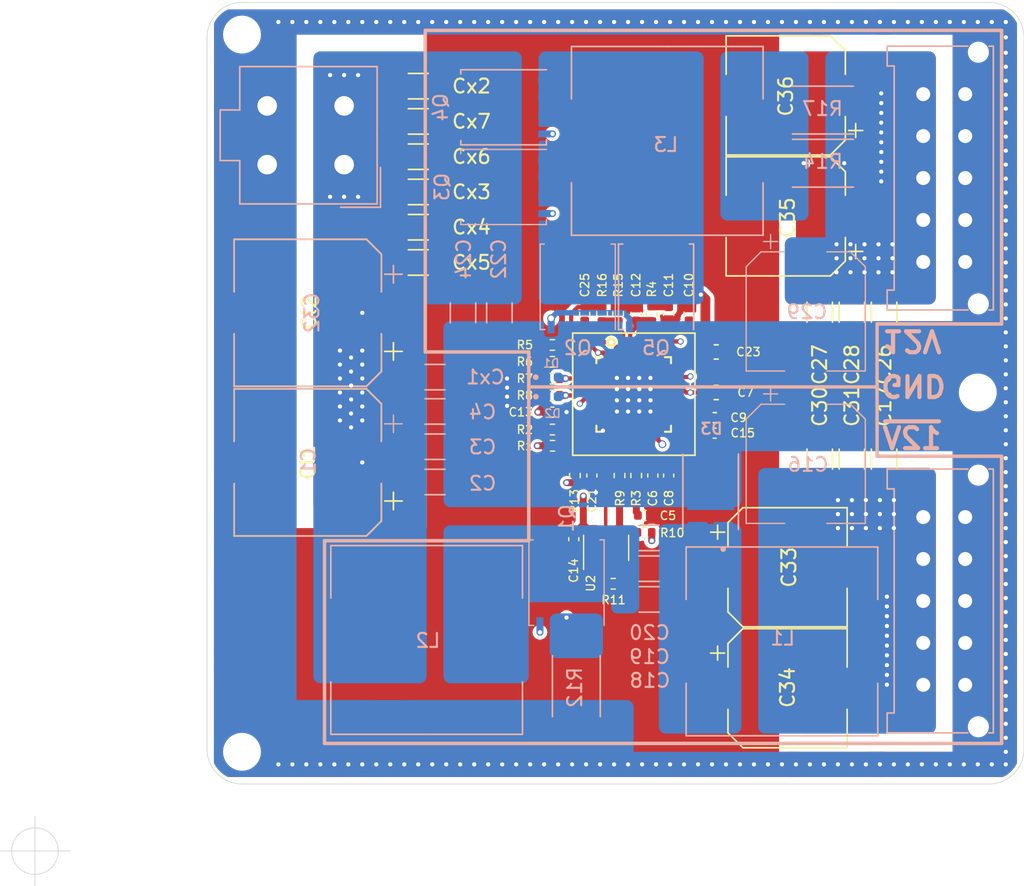
<source format=kicad_pcb>
(kicad_pcb (version 20211014) (generator pcbnew)
  (layers (0 "F.Cu" signal) (1 "In1.Cu" signal) (2 "In2.Cu" mixed) (31 "B.Cu" mixed) (34 "B.Paste" user) (35 "F.Paste" user) (36 "B.SilkS" user "B.Silkscreen") (37 "F.SilkS" user "F.Silkscreen") (38 "B.Mask" user) (39 "F.Mask" user) (44 "Edge.Cuts" user))
  (net 0 "")
  (net 1 "GND")
  (net 2 "VIN")
  (net 3 "Net-(C5-Pad2)")
  (net 4 "Net-(C6-Pad2)")
  (net 5 "Net-(C8-Pad2)")
  (net 6 "Net-(C9-Pad2)")
  (net 7 "Net-(C10-Pad1)")
  (net 8 "Net-(C11-Pad1)")
  (net 9 "Net-(C12-Pad1)")
  (net 10 "INTVcc")
  (net 11 "Net-(C15-Pad2)")
  (net 12 "Vout2(-12V)")
  (net 13 "Net-(C18-Pad2)")
  (net 14 "Net-(C18-Pad1)")
  (net 15 "Net-(C21-Pad2)")
  (net 16 "Net-(C23-Pad2)")
  (net 17 "Net-(C23-Pad1)")
  (net 18 "Vout1(12V)")
  (net 19 "Net-(C25-Pad1)")
  (net 20 "Net-(D1-Pad2)")
  (net 21 "Net-(D2-Pad2)")
  (net 22 "Net-(Q1-Pad4)")
  (net 23 "Net-(Q1-Pad1)")
  (net 24 "Net-(Q2-Pad4)")
  (net 25 "Net-(Q3-Pad4)")
  (net 26 "RUN")
  (net 27 "Net-(R5-Pad1)")
  (net 28 "Net-(R6-Pad1)")
  (net 29 "Net-(R10-Pad1)")
  (net 30 "Net-(R9-Pad1)")
  (net 31 "Net-(R11-Pad1)")
  (net 32 "Net-(R15-Pad2)")
  (footprint "lib:QFN-32_UH" (layer "F.Cu") (at 142.8 87.34)
    (fp_text reference "U1")
    (fp_text value "LTC3892EUHPBF")
  )
  (footprint "Capacitor_SMD:C_0402_1005Metric" (layer "F.Cu") (at 143.58 95.99 180)
    (fp_text reference "C5")
    (fp_text value "6.8nF")
  )
  (footprint "Capacitor_SMD:C_0402_1005Metric" (layer "F.Cu") (at 144.17 93.14 90)
    (fp_text reference "C6")
    (fp_text value "47pF")
  )
  (footprint "Capacitor_SMD:C_0603_1608Metric" (layer "F.Cu") (at 148.7 87.2)
    (fp_text reference "C7")
    (fp_text value "0.1uF")
  )
  (footprint "Capacitor_SMD:C_0402_1005Metric" (layer "F.Cu") (at 145.3 93.14 90)
    (fp_text reference "C8")
    (fp_text value "0.1uF")
  )
  (footprint "Capacitor_SMD:C_0402_1005Metric" (layer "F.Cu") (at 148.6 89 180)
    (fp_text reference "C9")
    (fp_text value "4.7uF")
  )
  (footprint "Capacitor_SMD:C_0402_1005Metric" (layer "F.Cu") (at 146.76 81.56 90)
    (fp_text reference "C10")
    (fp_text value "0.1uF")
  )
  (footprint "Capacitor_SMD:C_0402_1005Metric" (layer "F.Cu") (at 145.3 81.58 -90)
    (fp_text reference "C11")
    (fp_text value "6.8nF")
  )
  (footprint "Capacitor_SMD:C_0402_1005Metric" (layer "F.Cu") (at 142.97 81.57 90)
    (fp_text reference "C12")
    (fp_text value "47pF")
  )
  (footprint "Capacitor_SMD:C_0402_1005Metric" (layer "F.Cu") (at 136.99 88.603332)
    (fp_text reference "C13")
    (fp_text value "0.1uF")
  )
  (footprint "Capacitor_SMD:C_0402_1005Metric" (layer "F.Cu") (at 138.52 97.69 -90)
    (fp_text reference "C14")
    (fp_text value "10nF")
  )
  (footprint "Capacitor_SMD:C_0402_1005Metric" (layer "F.Cu") (at 148.59 90.11 180)
    (fp_text reference "C15")
    (fp_text value "0.1uF")
  )
  (footprint "Capacitor_SMD:C_1206_3216Metric" (layer "F.Cu") (at 160.699999 91.9625 -90)
    (fp_text reference "C17")
    (fp_text value "10uF")
  )
  (footprint "Capacitor_SMD:C_0402_1005Metric" (layer "F.Cu") (at 139.81 93.14 90)
    (fp_text reference "C21")
    (fp_text value "220pF")
  )
  (footprint "Capacitor_SMD:C_0603_1608Metric" (layer "F.Cu") (at 148.7 84.3)
    (fp_text reference "C23")
    (fp_text value "0.1uF")
  )
  (footprint "Capacitor_SMD:C_0402_1005Metric" (layer "F.Cu") (at 139.3 81.57 90)
    (fp_text reference "C25")
    (fp_text value "220pF")
  )
  (footprint "Capacitor_SMD:C_1206_3216Metric" (layer "F.Cu") (at 160.7 81.4525 90)
    (fp_text reference "C26")
    (fp_text value "10uF")
  )
  (footprint "Capacitor_SMD:C_1206_3216Metric" (layer "F.Cu") (at 156.1 81.4525 90)
    (fp_text reference "C27")
    (fp_text value "10uF")
  )
  (footprint "Capacitor_SMD:C_1206_3216Metric" (layer "F.Cu") (at 158.4 81.4525 90)
    (fp_text reference "C28")
    (fp_text value "10uF")
  )
  (footprint "Resistor_SMD:R_0402_1005Metric" (layer "F.Cu") (at 137 91.01 180)
    (fp_text reference "R1")
    (fp_text value "1M")
  )
  (footprint "Resistor_SMD:R_0402_1005Metric" (layer "F.Cu") (at 136.99 89.85)
    (fp_text reference "R2")
    (fp_text value "237K")
  )
  (footprint "Resistor_SMD:R_0402_1005Metric" (layer "F.Cu") (at 142.98 93.14 90)
    (fp_text reference "R3")
    (fp_text value "10K")
  )
  (footprint "Resistor_SMD:R_0402_1005Metric" (layer "F.Cu") (at 144.09 81.57 90)
    (fp_text reference "R4")
    (fp_text value "10K")
  )
  (footprint "Resistor_SMD:R_0402_1005Metric" (layer "F.Cu") (at 136.99 83.8 180)
    (fp_text reference "R5")
    (fp_text value "31.6K")
  )
  (footprint "Resistor_SMD:R_0402_1005Metric" (layer "F.Cu") (at 136.99 85.003333 180)
    (fp_text reference "R6")
    (fp_text value "100K")
  )
  (footprint "Resistor_SMD:R_0402_1005Metric" (layer "F.Cu") (at 136.99 86.206666)
    (fp_text reference "R7")
    (fp_text value "10K")
  )
  (footprint "Resistor_SMD:R_0402_1005Metric" (layer "F.Cu") (at 136.99 87.409999)
    (fp_text reference "R8")
    (fp_text value "20K")
  )
  (footprint "Resistor_SMD:R_0402_1005Metric" (layer "F.Cu") (at 141.79 93.14 -90)
    (fp_text reference "R9")
    (fp_text value "5.11K")
  )
  (footprint "Resistor_SMD:R_0402_1005Metric" (layer "F.Cu") (at 143.58 97.21)
    (fp_text reference "R10")
    (fp_text value "76.8K")
  )
  (footprint "Resistor_SMD:R_0402_1005Metric" (layer "F.Cu") (at 141.34 100.879999 180)
    (fp_text reference "R11")
    (fp_text value "4.75K")
  )
  (footprint "Resistor_SMD:R_0402_1005Metric" (layer "F.Cu") (at 138.6 93.14 90)
    (fp_text reference "R13")
    (fp_text value "150R")
  )
  (footprint "Resistor_SMD:R_0402_1005Metric" (layer "F.Cu") (at 141.69 81.57 -90)
    (fp_text reference "R15")
    (fp_text value "7.15K")
  )
  (footprint "Resistor_SMD:R_0402_1005Metric" (layer "F.Cu") (at 140.54 81.57 90)
    (fp_text reference "R16")
    (fp_text value "100K")
  )
  (footprint "Package_TO_SOT_SMD:SOT-23-5" (layer "F.Cu") (at 140.83 98.309999 90)
    (fp_text reference "U2")
    (fp_text value "LT1797")
  )
  (footprint "Capacitor_SMD:C_1206_3216Metric" (layer "F.Cu") (at 156.1 91.9625 -90)
    (fp_text reference "C30")
    (fp_text value "10uF")
  )
  (footprint "Capacitor_SMD:C_1206_3216Metric" (layer "F.Cu") (at 158.4 91.9625 -90)
    (fp_text reference "C31")
    (fp_text value "10uF")
  )
  (footprint "Capacitor_SMD:C_1206_3216Metric" (layer "F.Cu") (at 127.4 65.288888 180)
    (fp_text reference "Cx2")
    (fp_text value "OPT")
  )
  (footprint "MountingHole:MountingHole_2.2mm_M2" (layer "F.Cu") (at 114.8 112.9)
    (fp_text reference "H1" hide)
    (fp_text value "MountingHole")
  )
  (footprint "MountingHole:MountingHole_2.2mm_M2" (layer "F.Cu") (at 114.8 61.6)
    (fp_text reference "H2" hide)
    (fp_text value "MountingHole")
  )
  (footprint "MountingHole:MountingHole_2.2mm_M2" (layer "F.Cu") (at 167.4 87.2)
    (fp_text reference "H3" hide)
    (fp_text value "MountingHole")
  )
  (footprint "Capacitor_SMD:CP_Elec_10x10" (layer "F.Cu") (at 119.5 92.2 180)
    (fp_text reference "Cl1")
    (fp_text value "OPT")
  )
  (footprint "Capacitor_SMD:CP_Elec_10x10" (layer "F.Cu") (at 119.5 81.5 180)
    (fp_text reference "Cl2")
    (fp_text value "OPT")
  )
  (footprint "Capacitor_SMD:C_1206_3216Metric" (layer "F.Cu") (at 127.4 72.855554 180)
    (fp_text reference "Cx3")
    (fp_text value "OPT")
  )
  (footprint "Capacitor_SMD:C_1206_3216Metric" (layer "F.Cu") (at 127.4 75.377776 180)
    (fp_text reference "Cx4")
    (fp_text value "OPT")
  )
  (footprint "Capacitor_SMD:C_1206_3216Metric" (layer "F.Cu") (at 127.4 77.9 180)
    (fp_text reference "Cx5")
    (fp_text value "OPT")
  )
  (footprint "Capacitor_SMD:C_1206_3216Metric" (layer "F.Cu") (at 127.4 70.333332 180)
    (fp_text reference "Cx6")
    (fp_text value "OPT")
  )
  (footprint "Capacitor_SMD:C_1206_3216Metric" (layer "F.Cu") (at 127.4 67.81111 180)
    (fp_text reference "Cx7")
    (fp_text value "OPT")
  )
  (footprint "Capacitor_SMD:CP_Elec_8x10" (layer "F.Cu") (at 153.8 99.7)
    (fp_text reference "C33")
    (fp_text value "OPT")
  )
  (footprint "Capacitor_SMD:CP_Elec_8x10" (layer "F.Cu") (at 153.8 108.35)
    (fp_text reference "C34")
    (fp_text value "OPT")
  )
  (footprint "Capacitor_SMD:CP_Elec_8x10" (layer "F.Cu") (at 153.67 74.6 180)
    (fp_text reference "C35")
    (fp_text value "OPT")
  )
  (footprint "Capacitor_SMD:CP_Elec_8x10" (layer "F.Cu") (at 153.669999 65.95 180)
    (fp_text reference "C36")
    (fp_text value "OPT")
  )
  (footprint "Capacitor_SMD:CP_Elec_10x10" (layer "B.Cu") (at 119.5 92.2 180)
    (fp_text reference "C1")
    (fp_text value "47uF")
  )
  (footprint "Capacitor_SMD:C_1206_3216Metric" (layer "B.Cu") (at 128.6 93.6)
    (fp_text reference "C2")
    (fp_text value "2.2uF")
  )
  (footprint "Capacitor_SMD:C_1206_3216Metric" (layer "B.Cu") (at 128.6 91.077778)
    (fp_text reference "C3")
    (fp_text value "2.2uF")
  )
  (footprint "Capacitor_SMD:C_1206_3216Metric" (layer "B.Cu") (at 128.6 88.555556)
    (fp_text reference "C4")
    (fp_text value "2.2uF")
  )
  (footprint "Capacitor_SMD:CP_Elec_8x10" (layer "B.Cu") (at 155.1 92.3 -90)
    (fp_text reference "C16")
    (fp_text value "150uF")
  )
  (footprint "Capacitor_SMD:C_1206_3216Metric" (layer "B.Cu") (at 143.9 97.6 180)
    (fp_text reference "C18")
    (fp_text value "10uF")
  )
  (footprint "Capacitor_SMD:C_1206_3216Metric" (layer "B.Cu") (at 143.9 102 180)
    (fp_text reference "C19")
    (fp_text value "10uF")
  )
  (footprint "Capacitor_SMD:C_1206_3216Metric" (layer "B.Cu") (at 143.9 99.8 180)
    (fp_text reference "C20")
    (fp_text value "10uF")
  )
  (footprint "Capacitor_SMD:C_1206_3216Metric" (layer "B.Cu") (at 133.2 81.5 -90)
    (fp_text reference "C22")
    (fp_text value "10uF")
  )
  (footprint "Capacitor_SMD:C_1206_3216Metric" (layer "B.Cu") (at 130.6 81.5 -90)
    (fp_text reference "C24")
    (fp_text value "10uF")
  )
  (footprint "LED_SMD:LED_0402_1005Metric" (layer "B.Cu") (at 136.9 86.1)
    (fp_text reference "D1")
    (fp_text value "LED")
  )
  (footprint "LED_SMD:LED_0402_1005Metric" (layer "B.Cu") (at 136.9 87.5)
    (fp_text reference "D2")
    (fp_text value "LED")
  )
  (footprint "lib:DIO_PDS360-13" (layer "B.Cu") (at 148.3 94.3 180)
    (fp_text reference "D3")
    (fp_text value "SBR8U60P5-13")
  )
  (footprint "Inductor_SMD:L_Wuerth_HCM-1350" (layer "B.Cu") (at 153.4 105 180)
    (fp_text reference "L1")
    (fp_text value "6.8uH")
  )
  (footprint "Inductor_SMD:L_Wuerth_HCM-1350" (layer "B.Cu") (at 128 104.9)
    (fp_text reference "L2")
    (fp_text value "6.8uH")
  )
  (footprint "Inductor_SMD:L_Wuerth_HCM-1350" (layer "B.Cu") (at 145.2 69.2)
    (fp_text reference "L3")
    (fp_text value "6.8uH")
  )
  (footprint "Package_TO_SOT_SMD:TDSON-8-1" (layer "B.Cu") (at 138 100.8 90)
    (fp_text reference "Q1")
    (fp_text value "BSC028N06LS3")
  )
  (footprint "Package_TO_SOT_SMD:TDSON-8-1" (layer "B.Cu") (at 138.8 79.64 90)
    (fp_text reference "Q2")
    (fp_text value "BSC028N06LS3")
  )
  (footprint "Package_TO_SOT_SMD:TDSON-8-1" (layer "B.Cu") (at 133.5 72.5 180)
    (fp_text reference "Q3")
    (fp_text value "BSC028N06LS3")
  )
  (footprint "Resistor_SMD:R_2512_6332Metric" (layer "B.Cu") (at 138.7 108.2 -90)
    (fp_text reference "R12")
    (fp_text value "5m")
  )
  (footprint "Resistor_SMD:R_2512_6332Metric" (layer "B.Cu") (at 156.33 70.8 180)
    (fp_text reference "R14")
    (fp_text value "8m")
  )
  (footprint "Capacitor_SMD:CP_Elec_8x10" (layer "B.Cu") (at 155.1 81.4 -90)
    (fp_text reference "C29")
    (fp_text value "150uF")
  )
  (footprint "Capacitor_SMD:CP_Elec_10x10" (layer "B.Cu") (at 119.5 81.5 180)
    (fp_text reference "C32")
    (fp_text value "47uF")
  )
  (footprint "Package_TO_SOT_SMD:TDSON-8-1" (layer "B.Cu") (at 133.5 66.8 180)
    (fp_text reference "Q4")
    (fp_text value "BSC028N06LS3")
  )
  (footprint "Package_TO_SOT_SMD:TDSON-8-1" (layer "B.Cu") (at 144.4 79.64 90)
    (fp_text reference "Q5")
    (fp_text value "BSC028N06LS3")
  )
  (footprint "Resistor_SMD:R_2512_6332Metric" (layer "B.Cu") (at 156.33 67 180)
    (fp_text reference "R17")
    (fp_text value "8m")
  )
  (footprint "Connector_Molex:Molex_Micro-Fit_3.0_43045-1012_2x05_P3.00mm_Vertical" (layer "B.Cu") (at 163.5 65.86 -90)
    (fp_text reference "J1" hide)
    (fp_text value "Conn_02x05_Top_Bottom")
  )
  (footprint "Connector_Molex:Molex_Micro-Fit_3.0_43045-1012_2x05_P3.00mm_Vertical" (layer "B.Cu") (at 163.5 96.11 -90)
    (fp_text reference "J2" hide)
    (fp_text value "Conn_02x05_Top_Bottom")
  )
  (footprint "Connector_Molex:Molex_Mini-Fit_Jr_5566-04A_2x02_P4.20mm_Vertical" (layer "B.Cu") (at 122.1 70.9 90)
    (fp_text reference "J3" hide)
    (fp_text value "Conn_01x02")
  )
  (footprint "Capacitor_SMD:C_1206_3216Metric" (layer "B.Cu") (at 128.6 86.1 180)
    (fp_text reference "Cx1")
    (fp_text value "OPT")
  )
  (gr_line (start 135.3 97.8) (end 135.3 86.8) (layer "B.SilkS") (width 0.25))
  (gr_line (start 160.2 91.76) (end 160.2 86.8) (layer "B.SilkS") (width 0.25))
  (gr_line (start 160.2 91.76) (end 169.1 91.76) (layer "B.SilkS") (width 0.25))
  (gr_circle (center 135.81 87.5) (end 135.91 87.6) (layer "B.SilkS") (width 0.12) (fill none))
  (gr_line (start 169.1 91.76) (end 169.1 112.3) (layer "B.SilkS") (width 0.25))
  (gr_line (start 160.2 82.3) (end 169.1 82.3) (layer "B.SilkS") (width 0.25))
  (gr_line (start 169.1 112.3) (end 120.7 112.3) (layer "B.SilkS") (width 0.25))
  (gr_line (start 135.3 86.8) (end 160.2 86.8) (layer "B.SilkS") (width 0.25))
  (gr_line (start 120.7 97.8) (end 135.3 97.8) (layer "B.SilkS") (width 0.25))
  (gr_line (start 127.9 84.3) (end 135.3 84.3) (layer "B.SilkS") (width 0.25))
  (gr_line (start 160.2 86.8) (end 160.2 82.3) (layer "B.SilkS") (width 0.25))
  (gr_line (start 127.9 61.3) (end 127.9 84.3) (layer "B.SilkS") (width 0.25))
  (gr_line (start 169.1 61.3) (end 127.9 61.3) (layer "B.SilkS") (width 0.25))
  (gr_line (start 135.3 84.3) (end 135.3 86.8) (layer "B.SilkS") (width 0.25))
  (gr_line (start 169.1 82.3) (end 169.1 61.3) (layer "B.SilkS") (width 0.25))
  (gr_line (start 120.7 112.3) (end 120.7 97.8) (layer "B.SilkS") (width 0.25))
  (gr_circle (center 135.8 86.1) (end 135.9 86.2) (layer "B.SilkS") (width 0.12) (fill none))
  (gr_line (start 147.18 91.69) (end 147.18 82.95) (layer "F.SilkS") (width 0.12))
  (gr_line (start 147.18 91.69) (end 138.44 91.69) (layer "F.SilkS") (width 0.12))
  (gr_line (start 138.44 82.95) (end 138.44 91.69) (layer "F.SilkS") (width 0.12))
  (gr_line (start 138.44 82.95) (end 147.18 82.95) (layer "F.SilkS") (width 0.12))
  (gr_circle (center 141.2 83.6) (end 141.4 83.6) (layer "F.SilkS") (width 0.4) (fill none))
  (gr_line (start 112.3 112.7) (end 112.3 61.8) (layer "Edge.Cuts") (width 0.05))
  (gr_arc (start 112.3 61.8) (mid 113.032233 60.032233) (end 114.8 59.3) (layer "Edge.Cuts") (width 0.05))
  (gr_arc (start 168.2 59.3) (mid 169.967767 60.032233) (end 170.7 61.8) (layer "Edge.Cuts") (width 0.05))
  (gr_arc (start 170.7 112.7) (mid 169.967767 114.467767) (end 168.2 115.2) (layer "Edge.Cuts") (width 0.05))
  (gr_arc (start 114.8 115.2) (mid 113.032233 114.467767) (end 112.3 112.7) (layer "Edge.Cuts") (width 0.05))
  (gr_line (start 114.8 59.3) (end 168.2 59.3) (layer "Edge.Cuts") (width 0.05))
  (gr_line (start 168.2 115.2) (end 114.8 115.2) (layer "Edge.Cuts") (width 0.05))
  (gr_line (start 170.7 61.8) (end 170.7 112.7) (layer "Edge.Cuts") (width 0.05))
  (gr_text "12V" (at 162.7 83.5 180) (layer "B.SilkS") (effects (font (size 1.5 1.5) (thickness 0.3)) (justify mirror)))
  (gr_text "~{12V}" (at 162.699999 90.5) (layer "B.SilkS") (effects (font (size 1.5 1.5) (thickness 0.3)) (justify mirror)))
  (gr_text "GND\n" (at 162.8 86.7 180) (layer "B.SilkS") (effects (font (size 1.5 1.5) (thickness 0.3)) (justify mirror)))
  (target plus (at 100 120) (size 5) (width 0.05) (layer "Edge.Cuts"))
  (segment (start 143.919411 86.349411) (end 144.66 87.09) (width 0.3) (layer "F.Cu") (net 1))
  (segment (start 143.919411 87.830589) (end 144.66 87.09) (width 0.3) (layer "F.Cu") (net 1))
  (segment (start 143.04 89.2) (end 142.651091 88.811091) (width 0.3) (layer "F.Cu") (net 1))
  (segment (start 143.458909 88.821091) (end 143.07 89.21) (width 0.3) (layer "F.Cu") (net 1))
  (segment (start 143.15 88.82) (end 143.538909 89.208909) (width 0.3) (layer "F.Cu") (net 1))
  (segment (start 143.54 89.21) (end 143.928909 88.821091) (width 0.3) (layer "F.Cu") (net 1))
  (segment (start 143.58 89.09) (end 143.03 89.09) (width 0.3) (layer "F.Cu") (net 1))
  (segment (start 140.1 94.35) (end 140.1 93.91) (width 0.5) (layer "F.Cu") (net 1))
  (segment (start 143.05 89.7924) (end 143.05 88.71) (width 0.3) (layer "F.Cu") (net 1))
  (segment (start 140.6 89.93) (end 140.9124 89.93) (width 0.5) (layer "F.Cu") (net 1))
  (segment (start 140.1 93.91) (end 139.81 93.62) (width 0.5) (layer "F.Cu") (net 1))
  (segment (start 145.3 82.06) (end 145.58 82.06) (width 0.3) (layer "F.Cu") (net 1))
  (segment (start 146.56 81.08) (end 146.76 81.08) (width 0.3) (layer "F.Cu") (net 1))
  (segment (start 137.473332 88.6) (end 138 88.6) (width 0.5) (layer "F.Cu") (net 1))
  (segment (start 143.55 89.7924) (end 143.55 88.09) (width 0.3) (layer "F.Cu") (net 1))
  (segment (start 143.05 87.09) (end 142.8 87.34) (width 0.3) (layer "F.Cu") (net 1))
  (segment (start 141.05 89.93) (end 141.05 89.7924) (width 0.3) (layer "F.Cu") (net 1))
  (segment (start 145.35 89.09) (end 145.2524 89.09) (width 0.3) (layer "F.Cu") (net 1))
  (segment (start 143.05 88.71) (end 143.2 88.56) (width 0.3) (layer "F.Cu") (net 1))
  (segment (start 140.9124 89.93) (end 140.95048 89.89192) (width 0.5) (layer "F.Cu") (net 1))
  (segment (start 137.473332 88.6) (end 137.47 88.603332) (width 0.3) (layer "F.Cu") (net 1))
  (segment (start 145.2524 87.09) (end 143.05 87.09) (width 0.3) (layer "F.Cu") (net 1))
  (segment (start 143.55 88.09) (end 142.8 87.34) (width 0.3) (layer "F.Cu") (net 1))
  (segment (start 145.58 82.06) (end 146.56 81.08) (width 0.3) (layer "F.Cu") (net 1))
  (via (at 142.4 86.16) (size 0.5) (drill 0.3) (layers "F.Cu" "B.Cu") (net 1))
  (via (at 143.2 86.16) (size 0.5) (drill 0.3) (layers "F.Cu" "B.Cu") (net 1))
  (via (at 144 86.16) (size 0.5) (drill 0.3) (layers "F.Cu" "B.Cu") (net 1))
  (via (at 141.6 86.96) (size 0.5) (drill 0.3) (layers "F.Cu" "B.Cu") (net 1))
  (via (at 142.4 86.96) (size 0.5) (drill 0.3) (layers "F.Cu" "B.Cu") (net 1))
  (via (at 143.2 86.96) (size 0.5) (drill 0.3) (layers "F.Cu" "B.Cu") (net 1))
  (via (at 144 86.96) (size 0.5) (drill 0.3) (layers "F.Cu" "B.Cu") (net 1))
  (via (at 141.6 87.76) (size 0.5) (drill 0.3) (layers "F.Cu" "B.Cu") (net 1))
  (via (at 142.4 87.76) (size 0.5) (drill 0.3) (layers "F.Cu" "B.Cu") (net 1))
  (via (at 143.2 87.76) (size 0.5) (drill 0.3) (layers "F.Cu" "B.Cu") (net 1))
  (via (at 144 87.76) (size 0.5) (drill 0.3) (layers "F.Cu" "B.Cu") (net 1))
  (via (at 141.6 88.56) (size 0.5) (drill 0.3) (layers "F.Cu" "B.Cu") (net 1))
  (via (at 142.4 88.56) (size 0.5) (drill 0.3) (layers "F.Cu" "B.Cu") (net 1))
  (via (at 143.2 88.56) (size 0.5) (drill 0.3) (layers "F.Cu" "B.Cu") (net 1))
  (via (at 144 88.56) (size 0.5) (drill 0.3) (layers "F.Cu" "B.Cu") (net 1))
  (via (at 169.4 61.8) (size 0.45) (drill 0.3) (layers "F.Cu" "B.Cu") (net 1))
  (via (at 167.4 60.7) (size 0.45) (drill 0.3) (layers "F.Cu" "B.Cu") (net 1))
  (via (at 169.4 60.7) (size 0.45) (drill 0.3) (layers "F.Cu" "B.Cu") (net 1))
  (via (at 168.4 60.7) (size 0.45) (drill 0.3) (layers "F.Cu" "B.Cu") (net 1))
  (via (at 165.4 60.7) (size 0.45) (drill 0.3) (layers "F.Cu" "B.Cu") (net 1))
  (via (at 166.4 60.7) (size 0.45) (drill 0.3) (layers "F.Cu" "B.Cu") (net 1))
  (via (at 165.4 113.8) (size 0.45) (drill 0.3) (layers "F.Cu" "B.Cu") (net 1))
  (via (at 166.4 113.8) (size 0.45) (drill 0.3) (layers "F.Cu" "B.Cu") (net 1))
  (via (at 169.4 113.8) (size 0.45) (drill 0.3) (layers "F.Cu" "B.Cu") (net 1))
  (via (at 167.4 113.8) (size 0.45) (drill 0.3) (layers "F.Cu" "B.Cu") (net 1))
  (via (at 168.4 113.8) (size 0.45) (drill 0.3) (layers "F.Cu" "B.Cu") (net 1))
  (via (at 117.4 60.7) (size 0.45) (drill 0.3) (layers "F.Cu" "B.Cu") (net 1))
  (via (at 118.4 60.7) (size 0.45) (drill 0.3) (layers "F.Cu" "B.Cu") (net 1))
  (via (at 119.4 60.7) (size 0.45) (drill 0.3) (layers "F.Cu" "B.Cu") (net 1))
  (via (at 120.4 60.7) (size 0.45) (drill 0.3) (layers "F.Cu" "B.Cu") (net 1))
  (via (at 121.4 60.7) (size 0.45) (drill 0.3) (layers "F.Cu" "B.Cu") (net 1))
  (via (at 122.4 60.7) (size 0.45) (drill 0.3) (layers "F.Cu" "B.Cu") (net 1))
  (via (at 123.4 60.7) (size 0.45) (drill 0.3) (layers "F.Cu" "B.Cu") (net 1))
  (via (at 124.4 60.7) (size 0.45) (drill 0.3) (layers "F.Cu" "B.Cu") (net 1))
  (via (at 125.4 60.7) (size 0.45) (drill 0.3) (layers "F.Cu" "B.Cu") (net 1))
  (via (at 126.4 60.7) (size 0.45) (drill 0.3) (layers "F.Cu" "B.Cu") (net 1))
  (via (at 127.4 60.7) (size 0.45) (drill 0.3) (layers "F.Cu" "B.Cu") (net 1))
  (via (at 128.4 60.7) (size 0.45) (drill 0.3) (layers "F.Cu" "B.Cu") (net 1))
  (via (at 129.4 60.7) (size 0.45) (drill 0.3) (layers "F.Cu" "B.Cu") (net 1))
  (via (at 130.4 60.7) (size 0.45) (drill 0.3) (layers "F.Cu" "B.Cu") (net 1))
  (via (at 131.4 60.7) (size 0.45) (drill 0.3) (layers "F.Cu" "B.Cu") (net 1))
  (via (at 132.4 60.7) (size 0.45) (drill 0.3) (layers "F.Cu" "B.Cu") (net 1))
  (via (at 133.4 60.7) (size 0.45) (drill 0.3) (layers "F.Cu" "B.Cu") (net 1))
  (via (at 134.4 60.7) (size 0.45) (drill 0.3) (layers "F.Cu" "B.Cu") (net 1))
  (via (at 135.4 60.7) (size 0.45) (drill 0.3) (layers "F.Cu" "B.Cu") (net 1))
  (via (at 136.4 60.7) (size 0.45) (drill 0.3) (layers "F.Cu" "B.Cu") (net 1))
  (via (at 137.4 60.7) (size 0.45) (drill 0.3) (layers "F.Cu" "B.Cu") (net 1))
  (via (at 138.4 60.7) (size 0.45) (drill 0.3) (layers "F.Cu" "B.Cu") (net 1))
  (via (at 139.4 60.7) (size 0.45) (drill 0.3) (layers "F.Cu" "B.Cu") (net 1))
  (via (at 140.4 60.7) (size 0.45) (drill 0.3) (layers "F.Cu" "B.Cu") (net 1))
  (via (at 141.4 60.7) (size 0.45) (drill 0.3) (layers "F.Cu" "B.Cu") (net 1))
  (via (at 142.4 60.7) (size 0.45) (drill 0.3) (layers "F.Cu" "B.Cu") (net 1))
  (via (at 143.4 60.7) (size 0.45) (drill 0.3) (layers "F.Cu" "B.Cu") (net 1))
  (via (at 144.4 60.7) (size 0.45) (drill 0.3) (layers "F.Cu" "B.Cu") (net 1))
  (via (at 145.4 60.7) (size 0.45) (drill 0.3) (layers "F.Cu" "B.Cu") (net 1))
  (via (at 146.4 60.7) (size 0.45) (drill 0.3) (layers "F.Cu" "B.Cu") (net 1))
  (via (at 147.4 60.7) (size 0.45) (drill 0.3) (layers "F.Cu" "B.Cu") (net 1))
  (via (at 148.4 60.7) (size 0.45) (drill 0.3) (layers "F.Cu" "B.Cu") (net 1))
  (via (at 149.4 60.7) (size 0.45) (drill 0.3) (layers "F.Cu" "B.Cu") (net 1))
  (via (at 150.4 60.7) (size 0.45) (drill 0.3) (layers "F.Cu" "B.Cu") (net 1))
  (via (at 151.4 60.7) (size 0.45) (drill 0.3) (layers "F.Cu" "B.Cu") (net 1))
  (via (at 152.4 60.7) (size 0.45) (drill 0.3) (layers "F.Cu" "B.Cu") (net 1))
  (via (at 153.4 60.7) (size 0.45) (drill 0.3) (layers "F.Cu" "B.Cu") (net 1))
  (via (at 154.4 60.7) (size 0.45) (drill 0.3) (layers "F.Cu" "B.Cu") (net 1))
  (via (at 155.4 60.7) (size 0.45) (drill 0.3) (layers "F.Cu" "B.Cu") (net 1))
  (via (at 156.4 60.7) (size 0.45) (drill 0.3) (layers "F.Cu" "B.Cu") (net 1))
  (via (at 157.4 60.7) (size 0.45) (drill 0.3) (layers "F.Cu" "B.Cu") (net 1))
  (via (at 158.4 60.7) (size 0.45) (drill 0.3) (layers "F.Cu" "B.Cu") (net 1))
  (via (at 159.4 60.7) (size 0.45) (drill 0.3) (layers "F.Cu" "B.Cu") (net 1))
  (via (at 160.4 60.7) (size 0.45) (drill 0.3) (layers "F.Cu" "B.Cu") (net 1))
  (via (at 161.4 60.7) (size 0.45) (drill 0.3) (layers "F.Cu" "B.Cu") (net 1))
  (via (at 162.4 60.7) (size 0.45) (drill 0.3) (layers "F.Cu" "B.Cu") (net 1))
  (via (at 163.4 60.7) (size 0.45) (drill 0.3) (layers "F.Cu" "B.Cu") (net 1))
  (via (at 164.4 60.7) (size 0.45) (drill 0.3) (layers "F.Cu" "B.Cu") (net 1))
  (via (at 142.4 113.8) (size 0.45) (drill 0.3) (layers "F.Cu" "B.Cu") (net 1))
  (via (at 128.4 113.8) (size 0.45) (drill 0.3) (layers "F.Cu" "B.Cu") (net 1))
  (via (at 144.4 113.8) (size 0.45) (drill 0.3) (layers "F.Cu" "B.Cu") (net 1))
  (via (at 136.4 113.8) (size 0.45) (drill 0.3) (layers "F.Cu" "B.Cu") (net 1))
  (via (at 134.4 113.8) (size 0.45) (drill 0.3) (layers "F.Cu" "B.Cu") (net 1))
  (via (at 152.4 113.8) (size 0.45) (drill 0.3) (layers "F.Cu" "B.Cu") (net 1))
  (via (at 119.4 113.8) (size 0.45) (drill 0.3) (layers "F.Cu" "B.Cu") (net 1))
  (via (at 129.4 113.8) (size 0.45) (drill 0.3) (layers "F.Cu" "B.Cu") (net 1))
  (via (at 124.4 113.8) (size 0.45) (drill 0.3) (layers "F.Cu" "B.Cu") (net 1))
  (via (at 123.4 113.8) (size 0.45) (drill 0.3) (layers "F.Cu" "B.Cu") (net 1))
  (via (at 118.4 113.8) (size 0.45) (drill 0.3) (layers "F.Cu" "B.Cu") (net 1))
  (via (at 125.4 113.8) (size 0.45) (drill 0.3) (layers "F.Cu" "B.Cu") (net 1))
  (via (at 117.4 113.8) (size 0.45) (drill 0.3) (layers "F.Cu" "B.Cu") (net 1))
  (via (at 137.4 113.8) (size 0.45) (drill 0.3) (layers "F.Cu" "B.Cu") (net 1))
  (via (at 138.4 113.8) (size 0.45) (drill 0.3) (layers "F.Cu" "B.Cu") (net 1))
  (via (at 121.4 113.8) (size 0.45) (drill 0.3) (layers "F.Cu" "B.Cu") (net 1))
  (via (at 141.4 113.8) (size 0.45) (drill 0.3) (layers "F.Cu" "B.Cu") (net 1))
  (via (at 143.4 113.8) (size 0.45) (drill 0.3) (layers "F.Cu" "B.Cu") (net 1))
  (via (at 146.4 113.8) (size 0.45) (drill 0.3) (layers "F.Cu" "B.Cu") (net 1))
  (via (at 149.4 113.8) (size 0.45) (drill 0.3) (layers "F.Cu" "B.Cu") (net 1))
  (via (at 120.4 113.8) (size 0.45) (drill 0.3) (layers "F.Cu" "B.Cu") (net 1))
  (via (at 150.4 113.8) (size 0.45) (drill 0.3) (layers "F.Cu" "B.Cu") (net 1))
  (via (at 151.4 113.8) (size 0.45) (drill 0.3) (layers "F.Cu" "B.Cu") (net 1))
  (via (at 154.4 113.8) (size 0.45) (drill 0.3) (layers "F.Cu" "B.Cu") (net 1))
  (via (at 155.4 113.8) (size 0.45) (drill 0.3) (layers "F.Cu" "B.Cu") (net 1))
  (via (at 147.4 113.8) (size 0.45) (drill 0.3) (layers "F.Cu" "B.Cu") (net 1))
  (via (at 158.4 113.8) (size 0.45) (drill 0.3) (layers "F.Cu" "B.Cu") (net 1))
  (via (at 139.4 113.8) (size 0.45) (drill 0.3) (layers "F.Cu" "B.Cu") (net 1))
  (via (at 159.4 113.8) (size 0.45) (drill 0.3) (layers "F.Cu" "B.Cu") (net 1))
  (via (at 132.4 113.8) (size 0.45) (drill 0.3) (layers "F.Cu" "B.Cu") (net 1))
  (via (at 160.4 113.8) (size 0.45) (drill 0.3) (layers "F.Cu" "B.Cu") (net 1))
  (via (at 161.4 113.8) (size 0.45) (drill 0.3) (layers "F.Cu" "B.Cu") (net 1))
  (via (at 145.4 113.8) (size 0.45) (drill 0.3) (layers "F.Cu" "B.Cu") (net 1))
  (via (at 133.4 113.8) (size 0.45) (drill 0.3) (layers "F.Cu" "B.Cu") (net 1))
  (via (at 130.4 113.8) (size 0.45) (drill 0.3) (layers "F.Cu" "B.Cu") (net 1))
  (via (at 148.4 113.8) (size 0.45) (drill 0.3) (layers "F.Cu" "B.Cu") (net 1))
  (via (at 153.4 113.8) (size 0.45) (drill 0.3) (layers "F.Cu" "B.Cu") (net 1))
  (via (at 122.4 113.8) (size 0.45) (drill 0.3) (layers "F.Cu" "B.Cu") (net 1))
  (via (at 126.4 113.8) (size 0.45) (drill 0.3) (layers "F.Cu" "B.Cu") (net 1))
  (via (at 156.4 113.8) (size 0.45) (drill 0.3) (layers "F.Cu" "B.Cu") (net 1))
  (via (at 157.4 113.8) (size 0.45) (drill 0.3) (layers "F.Cu" "B.Cu") (net 1))
  (via (at 127.4 113.8) (size 0.45) (drill 0.3) (layers "F.Cu" "B.Cu") (net 1))
  (via (at 135.4 113.8) (size 0.45) (drill 0.3) (layers "F.Cu" "B.Cu") (net 1))
  (via (at 131.4 113.8) (size 0.45) (drill 0.3) (layers "F.Cu" "B.Cu") (net 1))
  (via (at 140.4 113.8) (size 0.45) (drill 0.3) (layers "F.Cu" "B.Cu") (net 1))
  (via (at 163.4 113.8) (size 0.45) (drill 0.3) (layers "F.Cu" "B.Cu") (net 1))
  (via (at 164.4 113.8) (size 0.45) (drill 0.3) (layers "F.Cu" "B.Cu") (net 1))
  (via (at 162.4 113.8) (size 0.45) (drill 0.3) (layers "F.Cu" "B.Cu") (net 1))
  (via (at 169.4 83.9) (size 0.45) (drill 0.3) (layers "F.Cu" "B.Cu") (net 1))
  (via (at 169.4 72.9) (size 0.45) (drill 0.3) (layers "F.Cu" "B.Cu") (net 1))
  (via (at 169.4 101.9) (size 0.45) (drill 0.3) (layers "F.Cu" "B.Cu") (net 1))
  (via (at 169.4 96.9) (size 0.45) (drill 0.3) (layers "F.Cu" "B.Cu") (net 1))
  (via (at 169.4 86.9) (size 0.45) (drill 0.3) (layers "F.Cu" "B.Cu") (net 1))
  (via (at 169.4 100.9) (size 0.45) (drill 0.3) (layers "F.Cu" "B.Cu") (net 1))
  (via (at 169.4 69.9) (size 0.45) (drill 0.3) (layers "F.Cu" "B.Cu") (net 1))
  (via (at 169.4 91.9) (size 0.45) (drill 0.3) (layers "F.Cu" "B.Cu") (net 1))
  (via (at 169.4 105.9) (size 0.45) (drill 0.3) (layers "F.Cu" "B.Cu") (net 1))
  (via (at 169.4 73.9) (size 0.45) (drill 0.3) (layers "F.Cu" "B.Cu") (net 1))
  (via (at 169.400001 107.9) (size 0.45) (drill 0.3) (layers "F.Cu" "B.Cu") (net 1))
  (via (at 169.4 95.9) (size 0.45) (drill 0.3) (layers "F.Cu" "B.Cu") (net 1))
  (via (at 169.400001 84.9) (size 0.45) (drill 0.3) (layers "F.Cu" "B.Cu") (net 1))
  (via (at 169.400001 103.9) (size 0.45) (drill 0.3) (layers "F.Cu" "B.Cu") (net 1))
  (via (at 169.4 104.9) (size 0.45) (drill 0.3) (layers "F.Cu" "B.Cu") (net 1))
  (via (at 169.4 74.9) (size 0.45) (drill 0.3) (layers "F.Cu" "B.Cu") (net 1))
  (via (at 169.4 108.9) (size 0.45) (drill 0.3) (layers "F.Cu" "B.Cu") (net 1))
  (via (at 169.4 81.9) (size 0.45) (drill 0.3) (layers "F.Cu" "B.Cu") (net 1))
  (via (at 169.4 68.9) (size 0.45) (drill 0.3) (layers "F.Cu" "B.Cu") (net 1))
  (via (at 169.4 88.9) (size 0.45) (drill 0.3) (layers "F.Cu" "B.Cu") (net 1))
  (via (at 169.400001 75.9) (size 0.45) (drill 0.3) (layers "F.Cu" "B.Cu") (net 1))
  (via (at 169.4 97.9) (size 0.45) (drill 0.3) (layers "F.Cu" "B.Cu") (net 1))
  (via (at 169.4 76.9) (size 0.45) (drill 0.3) (layers "F.Cu" "B.Cu") (net 1))
  (via (at 169.4 90.9) (size 0.45) (drill 0.3) (layers "F.Cu" "B.Cu") (net 1))
  (via (at 169.4 99.9) (size 0.45) (drill 0.3) (layers "F.Cu" "B.Cu") (net 1))
  (via (at 169.4 67.9) (size 0.45) (drill 0.3) (layers "F.Cu" "B.Cu") (net 1))
  (via (at 169.400001 98.9) (size 0.45) (drill 0.3) (layers "F.Cu" "B.Cu") (net 1))
  (via (at 169.4 63.9) (size 0.45) (drill 0.3) (layers "F.Cu" "B.Cu") (net 1))
  (via (at 169.4 106.9) (size 0.45) (drill 0.3) (layers "F.Cu" "B.Cu") (net 1))
  (via (at 169.400001 66.9) (size 0.45) (drill 0.3) (layers "F.Cu" "B.Cu") (net 1))
  (via (at 169.400001 70.9) (size 0.45) (drill 0.3) (layers "F.Cu" "B.Cu") (net 1))
  (via (at 169.400001 93.9) (size 0.45) (drill 0.3) (layers "F.Cu" "B.Cu") (net 1))
  (via (at 169.400001 102.9) (size 0.45) (drill 0.3) (layers "F.Cu" "B.Cu") (net 1))
  (via (at 169.400001 94.9) (size 0.45) (drill 0.3) (layers "F.Cu" "B.Cu") (net 1))
  (via (at 169.4 65.9) (size 0.45) (drill 0.3) (layers "F.Cu" "B.Cu") (net 1))
  (via (at 169.400001 71.9) (size 0.45) (drill 0.3) (layers "F.Cu" "B.Cu") (net 1))
  (via (at 169.4 79.9) (size 0.45) (drill 0.3) (layers "F.Cu" "B.Cu") (net 1))
  (via (at 169.4 85.9) (size 0.45) (drill 0.3) (layers "F.Cu" "B.Cu") (net 1))
  (via (at 169.4 92.9) (size 0.45) (drill 0.3) (layers "F.Cu" "B.Cu") (net 1))
  (via (at 169.400001 80.9) (size 0.45) (drill 0.3) (layers "F.Cu" "B.Cu") (net 1))
  (via (at 169.4 64.9) (size 0.45) (drill 0.3) (layers "F.Cu" "B.Cu") (net 1))
  (via (at 169.4 77.9) (size 0.45) (drill 0.3) (layers "F.Cu" "B.Cu") (net 1))
  (via (at 169.400001 89.9) (size 0.45) (drill 0.3) (layers "F.Cu" "B.Cu") (net 1))
  (via (at 169.400001 112.9) (size 0.45) (drill 0.3) (layers "F.Cu" "B.Cu") (net 1))
  (via (at 169.4 87.9) (size 0.45) (drill 0.3) (layers "F.Cu" "B.Cu") (net 1))
  (via (at 169.4 111.9) (size 0.45) (drill 0.3) (layers "F.Cu" "B.Cu") (net 1))
  (via (at 169.4 78.9) (size 0.45) (drill 0.3) (layers "F.Cu" "B.Cu") (net 1))
  (via (at 169.4 110.9) (size 0.45) (drill 0.3) (layers "F.Cu" "B.Cu") (net 1))
  (via (at 169.400001 62.9) (size 0.45) (drill 0.3) (layers "F.Cu" "B.Cu") (net 1))
  (via (at 169.4 109.9) (size 0.45) (drill 0.3) (layers "F.Cu" "B.Cu") (net 1))
  (via (at 169.4 82.9) (size 0.45) (drill 0.3) (layers "F.Cu" "B.Cu") (net 1))
  (via (at 141.6 86.16) (size 0.5) (drill 0.3) (layers "F.Cu" "B.Cu") (net 1))
  (via (at 133.75 87.5) (size 0.45) (drill 0.3) (layers "F.Cu" "B.Cu") (net 1))
  (via (at 138 88.6) (size 0.45) (drill 0.3) (layers "F.Cu" "B.Cu") (net 1))
  (via (at 140.6 89.93) (size 0.45) (drill 0.3) (layers "F.Cu" "B.Cu") (net 1))
  (via (at 140.1 94.35) (size 0.45) (drill 0.3) (layers "F.Cu" "B.Cu") (net 1))
  (via (at 133.75 86.85) (size 0.45) (drill 0.3) (layers "F.Cu" "B.Cu") (net 1))
  (via (at 133.75 88.15) (size 0.45) (drill 0.3) (layers "F.Cu" "B.Cu") (net 1))
  (via (at 133.75 86.2) (size 0.45) (drill 0.3) (layers "F.Cu" "B.Cu") (net 1))
  (segment (start 135.91003 91.01) (end 135.910016 91.010014) (width 0.5) (layer "F.Cu") (net 2))
  (segment (start 148.12501 87.19999) (end 146.849982 87.19999) (width 0.3) (layer "F.Cu") (net 2))
  (segment (start 136.49 91.01) (end 135.91003 91.01) (width 0.5) (layer "F.Cu") (net 2))
  (segment (start 146.54999 87.19999) (end 146.849982 87.19999) (width 0.3) (layer "F.Cu") (net 2))
  (segment (start 145.2524 86.59) (end 145.94 86.59) (width 0.3) (layer "F.Cu") (net 2))
  (segment (start 145.94 86.59) (end 146.54999 87.19999) (width 0.3) (layer "F.Cu") (net 2))
  (via (at 123.4 84.2) (size 0.45) (drill 0.3) (layers "F.Cu" "B.Cu") (net 2))
  (via (at 123.4 85.2) (size 0.45) (drill 0.3) (layers "F.Cu" "B.Cu") (net 2))
  (via (at 123.4 86.2) (size 0.45) (drill 0.3) (layers "F.Cu" "B.Cu") (net 2))
  (via (at 123.4 87.2) (size 0.45) (drill 0.3) (layers "F.Cu" "B.Cu") (net 2))
  (via (at 123.4 88.2) (size 0.45) (drill 0.3) (layers "F.Cu" "B.Cu") (net 2))
  (via (at 123.4 89.2) (size 0.45) (drill 0.3) (layers "F.Cu" "B.Cu") (net 2))
  (via (at 121.8 86.2) (size 0.45) (drill 0.3) (layers "F.Cu" "B.Cu") (net 2))
  (via (at 121.8 87.2) (size 0.45) (drill 0.3) (layers "F.Cu" "B.Cu") (net 2))
  (via (at 122.6 88.7) (size 0.45) (drill 0.3) (layers "F.Cu" "B.Cu") (net 2))
  (via (at 121.8 89.2) (size 0.45) (drill 0.3) (layers "F.Cu" "B.Cu") (net 2))
  (via (at 121.8 84.2) (size 0.45) (drill 0.3) (layers "F.Cu" "B.Cu") (net 2))
  (via (at 121.8 85.2) (size 0.45) (drill 0.3) (layers "F.Cu" "B.Cu") (net 2))
  (via (at 122.6 89.7) (size 0.45) (drill 0.3) (layers "F.Cu" "B.Cu") (net 2))
  (via (at 122.6 84.7) (size 0.45) (drill 0.3) (layers "F.Cu" "B.Cu") (net 2))
  (via (at 122.6 86.7) (size 0.45) (drill 0.3) (layers "F.Cu" "B.Cu") (net 2))
  (via (at 122.6 87.7) (size 0.45) (drill 0.3) (layers "F.Cu" "B.Cu") (net 2))
  (via (at 122.6 85.7) (size 0.45) (drill 0.3) (layers "F.Cu" "B.Cu") (net 2))
  (via (at 121.8 88.2) (size 0.45) (drill 0.3) (layers "F.Cu" "B.Cu") (net 2))
  (via (at 123.1 73.199999) (size 0.45) (drill 0.3) (layers "F.Cu" "B.Cu") (net 2))
  (via (at 121.1 73.2) (size 0.45) (drill 0.3) (layers "F.Cu" "B.Cu") (net 2))
  (via (at 122.1 73.2) (size 0.45) (drill 0.3) (layers "F.Cu" "B.Cu") (net 2))
  (via (at 121.1 64.5) (size 0.45) (drill 0.3) (layers "F.Cu" "B.Cu") (net 2))
  (via (at 123.1 64.499999) (size 0.45) (drill 0.3) (layers "F.Cu" "B.Cu") (net 2))
  (via (at 122.1 64.5) (size 0.45) (drill 0.3) (layers "F.Cu" "B.Cu") (net 2))
  (via (at 123.4 81.5) (size 0.45) (drill 0.3) (layers "F.Cu" "B.Cu") (net 2))
  (via (at 146.849982 87.19999) (size 0.45) (drill 0.3) (layers "F.Cu" "B.Cu") (net 2))
  (via (at 135.910016 91.010014) (size 0.45) (drill 0.3) (layers "F.Cu" "B.Cu") (net 2))
  (via (at 123.4 92.2) (size 0.45) (drill 0.3) (layers "F.Cu" "B.Cu") (net 2))
  (segment (start 142.99 95.74) (end 142.99 93.66) (width 0.5) (layer "F.Cu") (net 3))
  (segment (start 143.09 95.84) (end 142.99 95.74) (width 0.5) (layer "F.Cu") (net 3))
  (segment (start 142.99 93.66) (end 142.98 93.65) (width 0.5) (layer "F.Cu") (net 3))
  (segment (start 142.55 92.2) (end 142.98 92.63) (width 0.3) (layer "F.Cu") (net 4))
  (segment (start 142.98 92.63) (end 144.14 92.63) (width 0.5) (layer "F.Cu") (net 4))
  (segment (start 142.55 89.7924) (end 142.55 92.2) (width 0.3) (layer "F.Cu") (net 4))
  (segment (start 144.14 92.63) (end 144.17 92.66) (width 0.5) (layer "F.Cu") (net 4))
  (segment (start 145.22 92.66) (end 145.22 92.42) (width 0.3) (layer "F.Cu") (net 5))
  (segment (start 144.05 91.25) (end 144.05 89.7924) (width 0.3) (layer "F.Cu") (net 5))
  (segment (start 145.22 92.42) (end 144.05 91.25) (width 0.3) (layer "F.Cu") (net 5))
  (segment (start 145.99 87.59) (end 147.4 89) (width 0.3) (layer "F.Cu") (net 6))
  (segment (start 147.4 89) (end 148.12 89) (width 0.3) (layer "F.Cu") (net 6))
  (segment (start 145.2524 87.59) (end 145.99 87.59) (width 0.3) (layer "F.Cu") (net 6))
  (segment (start 146.76 82.04) (end 146.76 82.05) (width 0.3) (layer "F.Cu") (net 7))
  (segment (start 143.55 83.52) (end 143.55 84.8876) (width 0.3) (layer "F.Cu") (net 7))
  (segment (start 146.76 82.05) (end 145.86 82.95) (width 0.3) (layer "F.Cu") (net 7))
  (segment (start 144.12 82.95) (end 143.55 83.52) (width 0.3) (layer "F.Cu") (net 7))
  (segment (start 145.86 82.95) (end 144.12 82.95) (width 0.3) (layer "F.Cu") (net 7))
  (segment (start 144.09 81.06) (end 144.1 81.07) (width 0.5) (layer "F.Cu") (net 8))
  (segment (start 145.27 81.07) (end 145.3 81.1) (width 0.5) (layer "F.Cu") (net 8))
  (segment (start 144.1 81.07) (end 145.27 81.07) (width 0.5) (layer "F.Cu") (net 8))
  (segment (start 143.34 82.21) (end 142.97 82.58) (width 0.3) (layer "F.Cu") (net 9))
  (segment (start 142.55 82.97) (end 142.55 84.8876) (width 0.3) (layer "F.Cu") (net 9))
  (segment (start 144.079999 82.05) (end 142.94 82.05) (width 0.5) (layer "F.Cu") (net 9))
  (segment (start 142.92 82.6) (end 142.55 82.97) (width 0.3) (layer "F.Cu") (net 9))
  (segment (start 142.94 82.05) (end 142.92 82.07) (width 0.5) (layer "F.Cu") (net 9))
  (segment (start 142.92 82.07) (end 142.92 82.6) (width 0.3) (layer "F.Cu") (net 9))
  (segment (start 139.88 97.209999) (end 139.759999 97.209999) (width 0.5) (layer "F.Cu") (net 10))
  (segment (start 136.48 87.409999) (end 136.48 88.07) (width 0.5) (layer "F.Cu") (net 10))
  (segment (start 138.64 97.21) (end 139.2 96.65) (width 0.5) (layer "F.Cu") (net 10))
  (segment (start 136.48 85.003333) (end 136.48 88.573332) (width 0.5) (layer "F.Cu") (net 10))
  (segment (start 136.48 88.07) (end 135.95 88.6) (width 0.5) (layer "F.Cu") (net 10))
  (segment (start 138.52 97.21) (end 138.64 97.21) (width 0.5) (layer "F.Cu") (net 10))
  (segment (start 136.51 88.603332) (end 135.953332 88.603332) (width 0.5) (layer "F.Cu") (net 10))
  (segment (start 136.48 88.573332) (end 136.51 88.603332) (width 0.5) (layer "F.Cu") (net 10))
  (segment (start 138.95 88) (end 139.36 87.59) (width 0.3) (layer "F.Cu") (net 10))
  (segment (start 139.36 87.59) (end 140.3476 87.59) (width 0.3) (layer "F.Cu") (net 10))
  (segment (start 135.953332 88.603332) (end 135.95 88.6) (width 0.5) (layer "F.Cu") (net 10))
  (segment (start 138.52 97.21) (end 139.88 97.209999) (width 0.5) (layer "F.Cu") (net 10))
  (segment (start 139.2 96.65) (end 139.2 94.6) (width 0.5) (layer "F.Cu") (net 10))
  (segment (start 139.759999 97.209999) (end 139.2 96.65) (width 0.5) (layer "F.Cu") (net 10))
  (via (at 135.95 88.6) (size 0.45) (drill 0.3) (layers "F.Cu" "B.Cu") (net 10))
  (via (at 138.95 88) (size 0.45) (drill 0.3) (layers "F.Cu" "B.Cu") (net 10))
  (via (at 139.2 94.6) (size 0.45) (drill 0.3) (layers "F.Cu" "B.Cu") (net 10))
  (segment (start 146.14 88.59) (end 147.65 90.1) (width 0.3) (layer "F.Cu") (net 11))
  (segment (start 148.1 90.1) (end 148.11 90.11) (width 0.3) (layer "F.Cu") (net 11))
  (segment (start 147.65 90.1) (end 148.1 90.1) (width 0.3) (layer "F.Cu") (net 11))
  (segment (start 145.2524 88.59) (end 146.14 88.59) (width 0.3) (layer "F.Cu") (net 11))
  (segment (start 144.09 97.21) (end 144.09 97.790003) (width 0.5) (layer "F.Cu") (net 12))
  (segment (start 144.09 97.790003) (end 144.099998 97.800001) (width 0.5) (layer "F.Cu") (net 12))
  (via (at 160.4 96.9) (size 0.45) (drill 0.3) (layers "F.Cu" "B.Cu") (net 12))
  (via (at 157.4 96.9) (size 0.45) (drill 0.3) (layers "F.Cu" "B.Cu") (net 12))
  (via (at 161.4 96.9) (size 0.45) (drill 0.3) (layers "F.Cu" "B.Cu") (net 12))
  (via (at 158.4 96.9) (size 0.45) (drill 0.3) (layers "F.Cu" "B.Cu") (net 12))
  (via (at 159.4 96.9) (size 0.45) (drill 0.3) (layers "F.Cu" "B.Cu") (net 12))
  (via (at 158.4 94.9) (size 0.45) (drill 0.3) (layers "F.Cu" "B.Cu") (net 12))
  (via (at 159.4 95.9) (size 0.45) (drill 0.3) (layers "F.Cu" "B.Cu") (net 12))
  (via (at 158.4 95.9) (size 0.45) (drill 0.3) (layers "F.Cu" "B.Cu") (net 12))
  (via (at 161.4 94.9) (size 0.45) (drill 0.3) (layers "F.Cu" "B.Cu") (net 12))
  (via (at 159.4 94.9) (size 0.45) (drill 0.3) (layers "F.Cu" "B.Cu") (net 12))
  (via (at 157.4 95.9) (size 0.45) (drill 0.3) (layers "F.Cu" "B.Cu") (net 12))
  (via (at 157.4 94.9) (size 0.45) (drill 0.3) (layers "F.Cu" "B.Cu") (net 12))
  (via (at 160.4 95.9) (size 0.45) (drill 0.3) (layers "F.Cu" "B.Cu") (net 12))
  (via (at 161.4 95.9) (size 0.45) (drill 0.3) (layers "F.Cu" "B.Cu") (net 12))
  (via (at 160.4 94.9) (size 0.45) (drill 0.3) (layers "F.Cu" "B.Cu") (net 12))
  (via (at 160.9 105.3) (size 0.45) (drill 0.3) (layers "F.Cu" "B.Cu") (net 12))
  (via (at 160.9 106.7) (size 0.45) (drill 0.3) (layers "F.Cu" "B.Cu") (net 12))
  (via (at 160.9 101.8) (size 0.45) (drill 0.3) (layers "F.Cu" "B.Cu") (net 12))
  (via (at 160.9 108.1) (size 0.45) (drill 0.3) (layers "F.Cu" "B.Cu") (net 12))
  (via (at 160.9 103.2) (size 0.45) (drill 0.3) (layers "F.Cu" "B.Cu") (net 12))
  (via (at 160.9 107.4) (size 0.45) (drill 0.3) (layers "F.Cu" "B.Cu") (net 12))
  (via (at 160.9 106) (size 0.45) (drill 0.3) (layers "F.Cu" "B.Cu") (net 12))
  (via (at 160.9 104.6) (size 0.45) (drill 0.3) (layers "F.Cu" "B.Cu") (net 12))
  (via (at 160.9 103.9) (size 0.45) (drill 0.3) (layers "F.Cu" "B.Cu") (net 12))
  (via (at 160.9 102.5) (size 0.45) (drill 0.3) (layers "F.Cu" "B.Cu") (net 12))
  (via (at 144.099998 97.800001) (size 0.45) (drill 0.3) (layers "F.Cu" "B.Cu") (net 12))
  (segment (start 141.55 91) (end 141.55 89.7924) (width 0.3) (layer "F.Cu") (net 15))
  (segment (start 139.81 92.66) (end 139.89 92.66) (width 0.3) (layer "F.Cu") (net 15))
  (segment (start 139.78 92.63) (end 139.81 92.66) (width 0.5) (layer "F.Cu") (net 15))
  (segment (start 138.6 92.63) (end 139.78 92.63) (width 0.5) (layer "F.Cu") (net 15))
  (segment (start 139.89 92.66) (end 141.55 91) (width 0.3) (layer "F.Cu") (net 15))
  (segment (start 145.71 85.59) (end 145.2524 85.59) (width 0.3) (layer "F.Cu") (net 16))
  (segment (start 148.6 85.4) (end 145.9 85.4) (width 0.3) (layer "F.Cu") (net 16))
  (segment (start 149.475 84.3) (end 149.475 84.525) (width 0.3) (layer "F.Cu") (net 16))
  (segment (start 149.475 84.525) (end 148.6 85.4) (width 0.3) (layer "F.Cu") (net 16))
  (segment (start 145.9 85.4) (end 145.71 85.59) (width 0.3) (layer "F.Cu") (net 16))
  (segment (start 148.075 83.525) (end 147.2 84.4) (width 0.3) (layer "F.Cu") (net 17))
  (segment (start 147.875 83.525) (end 147 84.4) (width 0.3) (layer "F.Cu") (net 17))
  (segment (start 144.55 84.82) (end 144.55 84.8876) (width 0.3) (layer "F.Cu") (net 17))
  (segment (start 144.55 84.8876) (end 144.55 84.8188) (width 0.3) (layer "F.Cu") (net 17))
  (segment (start 144.55 84.8188) (end 144.9688 84.4) (width 0.3) (layer "F.Cu") (net 17))
  (segment (start 147.925 80.525) (end 147.925 84.3) (width 0.7) (layer "F.Cu") (net 17))
  (segment (start 147.6 80.2) (end 147.925 80.525) (width 0.7) (layer "F.Cu") (net 17))
  (segment (start 144.9688 84.4) (end 147.825 84.4) (width 0.3) (layer "F.Cu") (net 17))
  (segment (start 147.825 84.4) (end 147.925 84.3) (width 0.3) (layer "F.Cu") (net 17))
  (via (at 147.6 80.2) (size 0.45) (drill 0.3) (layers "F.Cu" "B.Cu") (net 17))
  (segment (start 141.05 84.8876) (end 141.05 84.85) (width 0.3) (layer "F.Cu") (net 18))
  (segment (start 138.33 81.57) (end 138.33 82.43) (width 0.3) (layer "F.Cu") (net 18))
  (segment (start 138.81 81.09) (end 138.33 81.57) (width 0.3) (layer "F.Cu") (net 18))
  (segment (start 139.3 81.09) (end 138.81 81.09) (width 0.3) (layer "F.Cu") (net 18))
  (segment (start 140.54 81.06) (end 139.33 81.06) (width 0.5) (layer "F.Cu") (net 18))
  (segment (start 138.33 82.43) (end 140.25 84.35) (width 0.3) (layer "F.Cu") (net 18))
  (segment (start 141.05 84.8876) (end 141.05 84.8) (width 0.3) (layer "F.Cu") (net 18))
  (segment (start 140.6 84.35) (end 140.25 84.35) (width 0.3) (layer "F.Cu") (net 18))
  (segment (start 141.05 84.8) (end 140.6 84.35) (width 0.3) (layer "F.Cu") (net 18))
  (segment (start 141.05 84.83) (end 141.05 84.8876) (width 0.3) (layer "F.Cu") (net 18))
  (segment (start 141.05 84.8876) (end 141.05 84.79) (width 0.3) (layer "F.Cu") (net 18))
  (segment (start 141.05 84.8876) (end 141.05 84.82) (width 0.3) (layer "F.Cu") (net 18))
  (segment (start 139.33 81.06) (end 139.3 81.09) (width 0.5) (layer "F.Cu") (net 18))
  (via (at 160.5 65.8) (size 0.45) (drill 0.3) (layers "F.Cu" "B.Cu") (net 18))
  (via (at 160.5 68.6) (size 0.45) (drill 0.3) (layers "F.Cu" "B.Cu") (net 18))
  (via (at 160.5 67.9) (size 0.45) (drill 0.3) (layers "F.Cu" "B.Cu") (net 18))
  (via (at 160.5 67.2) (size 0.45) (drill 0.3) (layers "F.Cu" "B.Cu") (net 18))
  (via (at 160.5 66.5) (size 0.45) (drill 0.3) (layers "F.Cu" "B.Cu") (net 18))
  (via (at 160.5 69.3) (size 0.45) (drill 0.3) (layers "F.Cu" "B.Cu") (net 18))
  (via (at 160.5 70) (size 0.45) (drill 0.3) (layers "F.Cu" "B.Cu") (net 18))
  (via (at 160.5 71.4) (size 0.45) (drill 0.3) (layers "F.Cu" "B.Cu") (net 18))
  (via (at 160.5 70.7) (size 0.45) (drill 0.3) (layers "F.Cu" "B.Cu") (net 18))
  (via (at 160.5 72.1) (size 0.45) (drill 0.3) (layers "F.Cu" "B.Cu") (net 18))
  (via (at 158.3 76.6) (size 0.45) (drill 0.3) (layers "F.Cu" "B.Cu") (net 18))
  (via (at 159.3 76.6) (size 0.45) (drill 0.3) (layers "F.Cu" "B.Cu") (net 18))
  (via (at 160.3 76.6) (size 0.45) (drill 0.3) (layers "F.Cu" "B.Cu") (net 18))
  (via (at 161.3 76.6) (size 0.45) (drill 0.3) (layers "F.Cu" "B.Cu") (net 18))
  (via (at 157.3 77.6) (size 0.45) (drill 0.3) (layers "F.Cu" "B.Cu") (net 18))
  (via (at 158.3 77.6) (size 0.45) (drill 0.3) (layers "F.Cu" "B.Cu") (net 18))
  (via (at 159.3 77.6) (size 0.45) (drill 0.3) (layers "F.Cu" "B.Cu") (net 18))
  (via (at 160.3 77.6) (size 0.45) (drill 0.3) (layers "F.Cu" "B.Cu") (net 18))
  (via (at 161.3 77.6) (size 0.45) (drill 0.3) (layers "F.Cu" "B.Cu") (net 18))
  (via (at 157.3 78.6) (size 0.45) (drill 0.3) (layers "F.Cu" "B.Cu") (net 18))
  (via (at 158.3 78.6) (size 0.45) (drill 0.3) (layers "F.Cu" "B.Cu") (net 18))
  (via (at 159.3 78.6) (size 0.45) (drill 0.3) (layers "F.Cu" "B.Cu") (net 18))
  (via (at 160.3 78.6) (size 0.45) (drill 0.3) (layers "F.Cu" "B.Cu") (net 18))
  (via (at 161.3 78.6) (size 0.45) (drill 0.3) (layers "F.Cu" "B.Cu") (net 18))
  (via (at 157.3 76.6) (size 0.45) (drill 0.3) (layers "F.Cu" "B.Cu") (net 18))
  (via (at 157.85 70.8) (size 0.45) (drill 0.3) (layers "F.Cu" "B.Cu") (net 18))
  (via (at 140.25 84.35) (size 0.45) (drill 0.3) (layers "F.Cu" "B.Cu") (net 18))
  (segment (start 141.55 83.95) (end 141.2 83.6) (width 0.3) (layer "F.Cu") (net 19))
  (segment (start 140.570001 83.6) (end 141.2 83.6) (width 0.3) (layer "F.Cu") (net 19))
  (segment (start 139.3 82.05) (end 139.3 82.329999) (width 0.3) (layer "F.Cu") (net 19))
  (segment (start 141.55 84.8876) (end 141.55 83.95) (width 0.3) (layer "F.Cu") (net 19))
  (segment (start 139.3 82.329999) (end 140.570001 83.6) (width 0.3) (layer "F.Cu") (net 19))
  (via (at 154.95 70.8) (size 0.45) (drill 0.3) (layers "F.Cu" "B.Cu") (net 19))
  (via (at 141.2 83.6) (size 0.45) (drill 0.3) (layers "F.Cu" "B.Cu") (net 19))
  (segment (start 138.24 86.2) (end 137.506666 86.2) (width 0.3) (layer "F.Cu") (net 20))
  (segment (start 140.3476 86.59) (end 138.9 86.59) (width 0.3) (layer "F.Cu") (net 20))
  (segment (start 137.506666 86.2) (end 137.5 86.206666) (width 0.5) (layer "F.Cu") (net 20))
  (segment (start 137.94 86.2) (end 137.506666 86.2) (width 0.5) (layer "F.Cu") (net 20))
  (segment (start 138.51 86.2) (end 138.24 86.2) (width 0.3) (layer "F.Cu") (net 20))
  (segment (start 138.9 86.59) (end 138.51 86.2) (width 0.3) (layer "F.Cu") (net 20))
  (via (at 137.94 86.2) (size 0.45) (drill 0.3) (layers "F.Cu" "B.Cu") (net 20))
  (segment (start 137.485 86.2) (end 137.385 86.1) (width 0.5) (layer "B.Cu") (net 20))
  (segment (start 137.94 86.2) (end 137.485 86.2) (width 0.5) (layer "B.Cu") (net 20))
  (segment (start 138.24 87.41) (end 137.500001 87.41) (width 0.3) (layer "F.Cu") (net 21))
  (segment (start 137.94 87.41) (end 137.5 87.409999) (width 0.5) (layer "F.Cu") (net 21))
  (segment (start 138.885 87.09) (end 138.565 87.41) (width 0.3) (layer "F.Cu") (net 21))
  (segment (start 140.3476 87.09) (end 138.885 87.09) (width 0.3) (layer "F.Cu") (net 21))
  (segment (start 138.565 87.41) (end 138.24 87.41) (width 0.3) (layer "F.Cu") (net 21))
  (segment (start 137.500001 87.41) (end 137.5 87.409999) (width 0.3) (layer "F.Cu") (net 21))
  (via (at 137.94 87.41) (size 0.45) (drill 0.3) (layers "F.Cu" "B.Cu") (net 21))
  (segment (start 137.475 87.41) (end 137.385 87.5) (width 0.3) (layer "B.Cu") (net 21))
  (segment (start 137.94 87.41) (end 137.475 87.41) (width 0.5) (layer "B.Cu") (net 21))
  (segment (start 144.55 89.7924) (end 144.55 90.6) (width 0.3) (layer "F.Cu") (net 22))
  (segment (start 144.55 90.6) (end 144.85 90.9) (width 0.3) (layer "F.Cu") (net 22))
  (via (at 136.1 104.35) (size 0.45) (drill 0.3) (layers "F.Cu" "B.Cu") (net 22))
  (via (at 144.85 90.9) (size 0.55) (drill 0.4) (layers "F.Cu" "B.Cu") (net 22))
  (segment (start 136.1 103.705) (end 136.095 103.7) (width 0.5) (layer "B.Cu") (net 22))
  (segment (start 136.1 104.35) (end 136.1 103.705) (width 0.5) (layer "B.Cu") (net 22))
  (segment (start 138.6 93.65) (end 138 93.65) (width 0.5) (layer "F.Cu") (net 23))
  (via (at 138 93.65) (size 0.45) (drill 0.3) (layers "F.Cu" "B.Cu") (net 23))
  (via (at 138 103.3) (size 0.45) (drill 0.3) (layers "F.Cu" "B.Cu") (net 23))
  (segment (start 145.2524 86.09) (end 146.81 86.09) (width 0.3) (layer "F.Cu") (net 24))
  (segment (start 146.81 86.09) (end 146.85 86.05) (width 0.3) (layer "F.Cu") (net 24))
  (via (at 146.85 86.05) (size 0.45) (drill 0.3) (layers "F.Cu" "B.Cu") (net 24))
  (via (at 136.9 81.9) (size 0.55) (drill 0.4) (layers "F.Cu" "B.Cu") (net 24))
  (segment (start 137.3 81.5) (end 142.1 81.5) (width 0.4) (layer "B.Cu") (net 24))
  (segment (start 136.9 81.9) (end 136.9 82.535) (width 0.5) (layer "B.Cu") (net 24))
  (segment (start 142.495 81.895) (end 142.495 82.54) (width 0.4) (layer "B.Cu") (net 24))
  (segment (start 136.895 81.905) (end 137.3 81.5) (width 0.4) (layer "B.Cu") (net 24))
  (segment (start 142.1 81.5) (end 142.495 81.895) (width 0.4) (layer "B.Cu") (net 24))
  (segment (start 144.685195 83.550005) (end 146.150001 83.550005) (width 0.3) (layer "F.Cu") (net 25))
  (segment (start 144.05 84.8876) (end 144.05 84.1852) (width 0.3) (layer "F.Cu") (net 25))
  (segment (start 144.05 84.1852) (end 144.685195 83.550005) (width 0.3) (layer "F.Cu") (net 25))
  (via (at 137 68.7) (size 0.45) (drill 0.3) (layers "F.Cu" "B.Cu") (net 25))
  (via (at 137 74.4) (size 0.45) (drill 0.3) (layers "F.Cu" "B.Cu") (net 25))
  (via (at 146.150001 83.550005) (size 0.45) (drill 0.3) (layers "F.Cu" "B.Cu") (net 25))
  (segment (start 137 74.4) (end 136.405 74.4) (width 0.5) (layer "B.Cu") (net 25))
  (segment (start 136.4 68.705) (end 136.995 68.705) (width 0.5) (layer "B.Cu") (net 25))
  (segment (start 136.995 68.705) (end 137 68.7) (width 0.5) (layer "B.Cu") (net 25))
  (segment (start 136.405 74.4) (end 136.4 74.405) (width 0.5) (layer "B.Cu") (net 25))
  (segment (start 138.01 90.01) (end 137.466665 90.01) (width 0.3) (layer "F.Cu") (net 26))
  (segment (start 137.96 90.21) (end 137.416665 90.21) (width 0.3) (layer "F.Cu") (net 26))
  (segment (start 140.3476 88.09) (end 139.88 88.09) (width 0.3) (layer "F.Cu") (net 26))
  (segment (start 139.6452 88.59) (end 137.5 90.7352) (width 0.3) (layer "F.Cu") (net 26))
  (segment (start 139.88 88.09) (end 138.173335 89.796665) (width 0.3) (layer "F.Cu") (net 26))
  (segment (start 137.5 90.7352) (end 137.5 91) (width 0.3) (layer "F.Cu") (net 26))
  (segment (start 138.173335 89.796665) (end 137.5 89.796665) (width 0.3) (layer "F.Cu") (net 26))
  (segment (start 140.3476 88.59) (end 139.6452 88.59) (width 0.3) (layer "F.Cu") (net 26))
  (segment (start 140.3476 88.59) (end 139.52 88.59) (width 0.3) (layer "F.Cu") (net 26))
  (segment (start 137.5 89.796665) (end 137.5 91) (width 0.5) (layer "F.Cu") (net 26))
  (segment (start 139.88 88.09) (end 139.88 88.59) (width 0.3) (layer "F.Cu") (net 26))
  (segment (start 138.09 83.8) (end 137.5 83.8) (width 0.3) (layer "F.Cu") (net 27))
  (segment (start 140.3476 85.59) (end 139.88 85.59) (width 0.3) (layer "F.Cu") (net 27))
  (segment (start 139.88 85.59) (end 138.09 83.8) (width 0.3) (layer "F.Cu") (net 27))
  (segment (start 139.45 86.09) (end 138.363333 85.003333) (width 0.3) (layer "F.Cu") (net 28))
  (segment (start 140.3476 86.09) (end 139.45 86.09) (width 0.3) (layer "F.Cu") (net 28))
  (segment (start 138.363333 85.003333) (end 137.5 85.003333) (width 0.3) (layer "F.Cu") (net 28))
  (segment (start 141.79 97.199999) (end 141.78 97.209999) (width 0.5) (layer "F.Cu") (net 29))
  (segment (start 141.780001 97.21) (end 141.78 97.209999) (width 0.5) (layer "F.Cu") (net 29))
  (segment (start 141.79 93.65) (end 141.79 97.199999) (width 0.5) (layer "F.Cu") (net 29))
  (segment (start 143.07 97.21) (end 141.780001 97.21) (width 0.5) (layer "F.Cu") (net 29))
  (segment (start 142.05 89.7924) (end 142.05 92.21) (width 0.25) (layer "F.Cu") (net 30))
  (segment (start 140.8 93.03) (end 140.8 98.01) (width 0.25) (layer "F.Cu") (net 30))
  (segment (start 141.79 92.63) (end 141.2 92.63) (width 0.25) (layer "F.Cu") (net 30))
  (segment (start 139.88 98.57) (end 139.88 99.409999) (width 0.25) (layer "F.Cu") (net 30))
  (segment (start 141.2 92.63) (end 140.8 93.03) (width 0.25) (layer "F.Cu") (net 30))
  (segment (start 141.81 92.45) (end 141.81 92.61) (width 0.3) (layer "F.Cu") (net 30))
  (segment (start 142.05 92.21) (end 141.81 92.45) (width 0.25) (layer "F.Cu") (net 30))
  (segment (start 140.8 98.01) (end 140.5 98.31) (width 0.25) (layer "F.Cu") (net 30))
  (segment (start 141.81 92.61) (end 141.79 92.63) (width 0.3) (layer "F.Cu") (net 30))
  (segment (start 140.5 98.31) (end 140.14 98.31) (width 0.25) (layer "F.Cu") (net 30))
  (segment (start 140.14 98.31) (end 139.88 98.57) (width 0.25) (layer "F.Cu") (net 30))
  (segment (start 141.85 99.479999) (end 141.78 99.409999) (width 0.5) (layer "F.Cu") (net 31))
  (segment (start 141.85 100.879999) (end 141.85 99.479999) (width 0.5) (layer "F.Cu") (net 31))
  (segment (start 141.31 82.23) (end 141.68 82.6) (width 0.3) (layer "F.Cu") (net 32))
  (segment (start 141.69 82.08) (end 140.54 82.08) (width 0.5) (layer "F.Cu") (net 32))
  (segment (start 141.69 82.61) (end 142.05 82.97) (width 0.3) (layer "F.Cu") (net 32))
  (segment (start 141.69 82.08) (end 141.69 82.61) (width 0.3) (layer "F.Cu") (net 32))
  (segment (start 142.05 82.97) (end 142.05 84.8876) (width 0.3) (layer "F.Cu") (net 32))
  (zone (net 2) (net_name "VIN") (layer "F.Cu") (connect_pads yes (clearance 0.25)) (min_thickness 0.25) (fill yes (thermal_gap 0.508) (thermal_bridge_width 0.508) (smoothing fillet) (radius 0.5))
    (polygon (pts (xy 126.8 95.7) (xy 119.9 95.7) (xy 119.9 62.9) (xy 126.8 62.9)))
  )
  (zone (net 1) (net_name "GND") (layer "F.Cu") (connect_pads (clearance 0.25)) (min_thickness 0.25) (fill yes (thermal_gap 0.508) (thermal_bridge_width 0.508) (smoothing fillet) (radius 0.5))
    (polygon (pts (xy 124.8 114.7) (xy 120.2 114.7) (xy 120.2 96.9) (xy 124.8 96.9)))
  )
  (zone (net 1) (net_name "GND") (layer "F.Cu") (connect_pads yes (clearance 0.3)) (min_thickness 0.25) (fill yes (thermal_gap 0.508) (thermal_bridge_width 0.508) (smoothing fillet) (radius 0.5))
    (polygon (pts (xy 156.3 61.6) (xy 153.2 61.6) (xy 153.2 82.1) (xy 165.6 82.1) (xy 165.6 61.6) (xy 160.2 61.6) (xy 160.2 59.8) (xy 170.2 59.8) (xy 170.2 114.7) (xy 159.7 114.7) (xy 159.7 112.9) (xy 165.6 112.9) (xy 165.6 91.4) (xy 153.2 91.4) (xy 153.2 112.9) (xy 154.6 112.9) (xy 154.6 114.7) (xy 122.9 114.7) (xy 122.9 96.9) (xy 128 96.9) (xy 128 61.6) (xy 118.7 61.6) (xy 118.7 96.900012) (xy 121.9 96.899994) (xy 121.9 114.700006) (xy 112.8 114.7) (xy 112.8 59.8) (xy 156.3 59.8)))
  )
  (zone (net 1) (net_name "GND") (layer "F.Cu") (connect_pads (clearance 0.25)) (min_thickness 0.25) (fill yes (thermal_gap 0.508) (thermal_bridge_width 0.508) (smoothing fillet) (radius 0.5))
    (polygon (pts (xy 161.2 59.8) (xy 155.5 59.8) (xy 155.5 61.6) (xy 161.2 61.6)))
  )
  (zone (net 1) (net_name "GND") (layer "F.Cu") (connect_pads (clearance 0.25)) (min_thickness 0.25) (fill yes (thermal_gap 0.508) (thermal_bridge_width 0.508) (smoothing fillet) (radius 0.5))
    (polygon (pts (xy 160.7 112.9) (xy 153.8 112.9) (xy 153.8 114.7) (xy 160.7 114.7)))
  )
  (zone (net 18) (net_name "Vout1(12V)") (layer "F.Cu") (connect_pads yes (clearance 0.25)) (min_thickness 0.254) (fill yes (thermal_gap 0.508) (thermal_bridge_width 0.508) (smoothing fillet) (radius 0.5))
    (polygon (pts (xy 164.4 80.9) (xy 154.4 80.9) (xy 154.4 62.8) (xy 164.4 62.8)))
  )
  (zone (net 12) (net_name "Vout2(-12V)") (layer "F.Cu") (connect_pads yes (clearance 0.25)) (min_thickness 0.254) (fill yes (thermal_gap 0.508) (thermal_bridge_width 0.508) (smoothing fillet) (radius 0.5))
    (polygon (pts (xy 164.4 111.6) (xy 154.4 111.6) (xy 154.4 92.6) (xy 164.4 92.6)))
  )
  (zone (net 0) (net_name "") (layer "F.Cu") (connect_pads (clearance 0)) (min_thickness 0.254)
    (keepout (tracks allowed) (vias allowed) (pads allowed) (copperpour not_allowed) (footprints allowed))
    (fill (thermal_gap 0.508) (thermal_bridge_width 0.508))
    (polygon (pts (xy 140.55 96.6) (xy 139.1 96.6) (xy 139.1 93.1) (xy 140.55 93.1)))
  )
  (zone (net 0) (net_name "") (layer "F.Cu") (connect_pads yes (clearance 0)) (min_thickness 0.25)
    (keepout (tracks allowed) (vias allowed) (pads allowed) (copperpour not_allowed) (footprints allowed))
    (fill (thermal_gap 0.508) (thermal_bridge_width 0.508))
    (polygon (pts (xy 139.3 89.35) (xy 137.01 89.35) (xy 137.01 87.91) (xy 139.3 87.91)))
  )
  (zone (net 1) (net_name "GND") (layer "B.Cu") (connect_pads (clearance 0.25)) (min_thickness 0.25) (fill yes (thermal_gap 0.508) (thermal_bridge_width 0.508) (smoothing fillet) (radius 0.5))
    (polygon (pts (xy 127.3 114.7) (xy 123.1 114.7) (xy 123.1 109.2) (xy 127.3 109.2)))
  )
  (zone (net 2) (net_name "VIN") (layer "B.Cu") (connect_pads yes (clearance 0.25)) (min_thickness 0.25) (fill yes (thermal_gap 0.508) (thermal_bridge_width 0.508) (smoothing fillet) (radius 0.5))
    (polygon (pts (xy 134.8 80.9) (xy 128 80.9) (xy 128 108) (xy 119.9 108) (xy 119.9 62.8) (xy 134.8 62.8)))
  )
  (zone (net 19) (net_name "Net-(C25-Pad1)") (layer "B.Cu") (connect_pads yes (clearance 0.25)) (min_thickness 0.25) (fill yes (thermal_gap 0.508) (thermal_bridge_width 0.508) (smoothing fillet) (radius 0.5))
    (polygon (pts (xy 155.3 74.9) (xy 149 74.9) (xy 149 62.8) (xy 155.3 62.8)))
  )
  (zone (net 14) (net_name "Net-(C18-Pad1)") (layer "B.Cu") (connect_pads yes (clearance 0.2)) (min_thickness 0.25) (fill yes (thermal_gap 0.508) (thermal_bridge_width 0.508) (smoothing fillet) (radius 0.5))
    (polygon (pts (xy 150.5 111.6) (xy 144.6 111.6) (xy 144.6 96.6) (xy 150.5 96.6)))
  )
  (zone (net 23) (net_name "Net-(Q1-Pad1)") (layer "B.Cu") (connect_pads yes (clearance 0.2)) (min_thickness 0.25) (fill yes (thermal_gap 0.508) (thermal_bridge_width 0.508) (smoothing fillet) (radius 0.5))
    (polygon (pts (xy 140.6 103) (xy 140.60625 106.2) (xy 136.79375 106.2) (xy 136.8 103)))
  )
  (zone (net 13) (net_name "Net-(C18-Pad2)") (layer "B.Cu") (connect_pads yes (clearance 0.5)) (min_thickness 0.25) (fill yes (thermal_gap 0.508) (thermal_bridge_width 0.508) (smoothing fillet) (radius 0.5))
    (polygon (pts (xy 143.2 103) (xy 141.2 103) (xy 141.2 102.2) (xy 135.3 102.2) (xy 135.3 108) (xy 129.2 108) (xy 129.2 96.7) (xy 143.2 96.7)))
  )
  (zone (net 12) (net_name "Vout2(-12V)") (layer "B.Cu") (connect_pads yes (clearance 0.25)) (min_thickness 0.25) (fill yes (thermal_gap 0.508) (thermal_bridge_width 0.508) (smoothing fillet) (radius 0.5))
    (polygon (pts (xy 164.4 111.6) (xy 151.7 111.6) (xy 151.7 92.6) (xy 164.4 92.6)))
  )
  (zone (net 18) (net_name "Vout1(12V)") (layer "B.Cu") (connect_pads yes (clearance 0.25)) (min_thickness 0.25) (fill yes (thermal_gap 0.508) (thermal_bridge_width 0.508) (smoothing fillet) (radius 0.5))
    (polygon (pts (xy 164.4 80.9) (xy 153.6 80.9) (xy 153.6 76.1) (xy 156.5 76.1) (xy 156.5 62.8) (xy 164.4 62.8)))
  )
  (zone (net 17) (net_name "Net-(C23-Pad1)") (layer "B.Cu") (connect_pads yes (clearance 0.25)) (min_thickness 0.25) (fill yes (thermal_gap 0.508) (thermal_bridge_width 0.508) (smoothing fillet) (radius 0.5))
    (polygon (pts (xy 147.8 80.9) (xy 136 80.9) (xy 136 62.8) (xy 147.8 62.8)))
  )
  (zone (net 1) (net_name "GND") (layer "B.Cu") (connect_pads yes (clearance 0.25)) (min_thickness 0.25) (fill yes (thermal_gap 0.508) (thermal_bridge_width 0.508) (smoothing fillet) (radius 0.5))
    (polygon (pts (xy 170.2 114.7) (xy 126.4 114.7) (xy 126.4 109.2) (xy 142.8 109.2) (xy 142.8 112.9) (xy 165.6 112.899674) (xy 165.6 91.400326) (xy 150.5 91.4) (xy 150.5 95.400243) (xy 129.2 95.400005) (xy 129.2 82.100248) (xy 165.6 82.100007) (xy 165.6 61.6) (xy 118.7 61.6) (xy 118.7 109.2) (xy 123.9 109.2) (xy 123.9 114.7) (xy 112.7875 114.7) (xy 112.8125 59.8) (xy 170.2 59.8)))
  )
)
</source>
